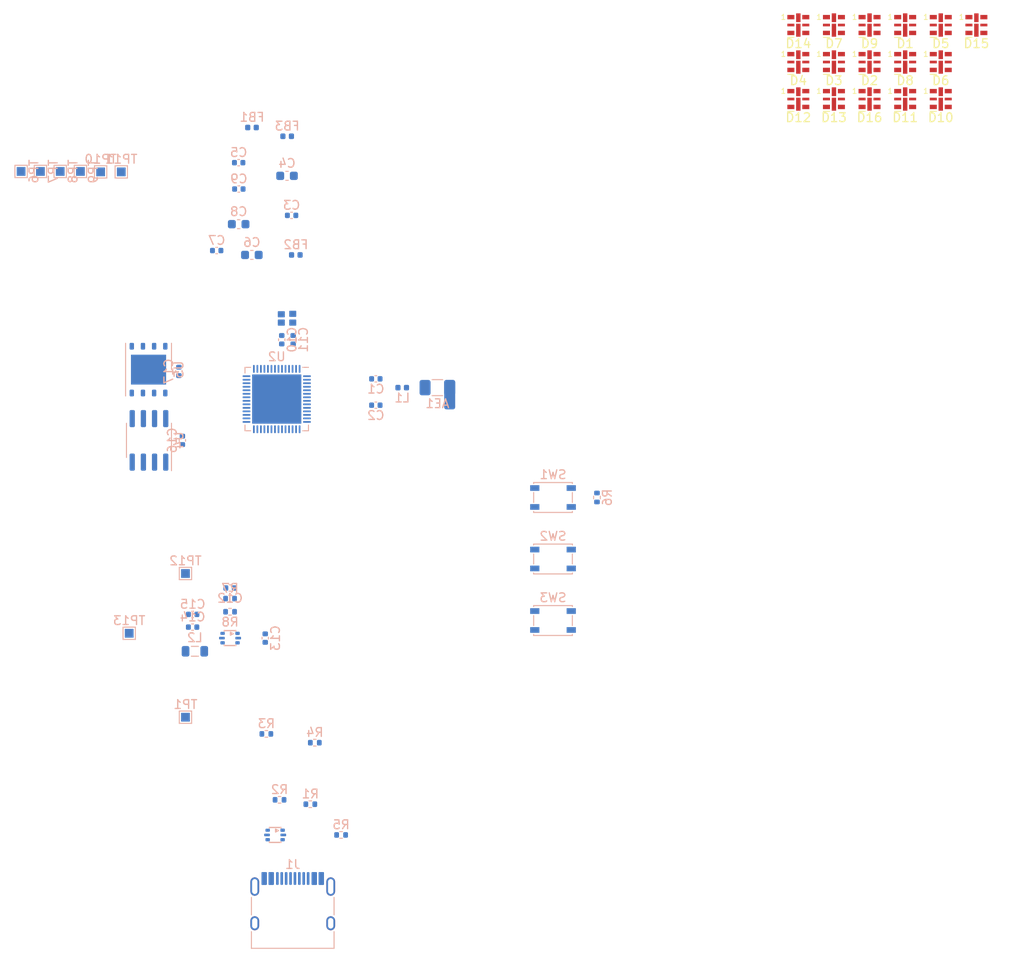
<source format=kicad_pcb>
(kicad_pcb (version 20210108) (generator pcbnew)
  (layers (0 "F.Cu" signal) (31 "B.Cu" signal) (34 "B.Paste" user) (35 "F.Paste" user) (36 "B.SilkS" user "B.Silkscreen") (37 "F.SilkS" user "F.Silkscreen") (38 "B.Mask" user) (39 "F.Mask" user) (44 "Edge.Cuts" user))
  (net 0 "")
  (net 1 "no_connect_(AE1-Pad2)")
  (net 2 "Net-(AE1-Pad1)")
  (net 3 "GND")
  (net 4 "Net-(C1-Pad1)")
  (net 5 "+3V3")
  (net 6 "Net-(C4-Pad1)")
  (net 7 "/VDD3P3")
  (net 8 "Net-(C8-Pad1)")
  (net 9 "Net-(C10-Pad2)")
  (net 10 "Net-(C11-Pad2)")
  (net 11 "Net-(C12-Pad2)")
  (net 12 "VBUS")
  (net 13 "/VCC_SPI")
  (net 14 "SDI")
  (net 15 "CKI")
  (net 16 "Net-(D1-Pad3)")
  (net 17 "Net-(D1-Pad2)")
  (net 18 "Net-(D2-Pad3)")
  (net 19 "Net-(D2-Pad2)")
  (net 20 "Net-(D3-Pad3)")
  (net 21 "Net-(D3-Pad2)")
  (net 22 "Net-(D4-Pad3)")
  (net 23 "Net-(D4-Pad2)")
  (net 24 "Net-(D5-Pad6)")
  (net 25 "Net-(D5-Pad1)")
  (net 26 "Net-(D5-Pad4)")
  (net 27 "Net-(D5-Pad5)")
  (net 28 "no_connect_(D5-Pad3)")
  (net 29 "no_connect_(D5-Pad2)")
  (net 30 "Net-(D6-Pad4)")
  (net 31 "Net-(D6-Pad5)")
  (net 32 "Net-(D7-Pad4)")
  (net 33 "Net-(D7-Pad5)")
  (net 34 "Net-(D10-Pad6)")
  (net 35 "Net-(D10-Pad1)")
  (net 36 "no_connect_(D9-Pad4)")
  (net 37 "no_connect_(D9-Pad5)")
  (net 38 "Net-(D10-Pad4)")
  (net 39 "Net-(D10-Pad5)")
  (net 40 "Net-(D10-Pad3)")
  (net 41 "Net-(D10-Pad2)")
  (net 42 "Net-(D11-Pad3)")
  (net 43 "Net-(D11-Pad2)")
  (net 44 "Net-(D12-Pad3)")
  (net 45 "Net-(D12-Pad2)")
  (net 46 "Net-(D13-Pad6)")
  (net 47 "Net-(D13-Pad1)")
  (net 48 "Net-(D13-Pad4)")
  (net 49 "Net-(D13-Pad5)")
  (net 50 "no_connect_(D13-Pad3)")
  (net 51 "no_connect_(D13-Pad2)")
  (net 52 "Net-(D14-Pad4)")
  (net 53 "Net-(D14-Pad5)")
  (net 54 "Net-(D15-Pad4)")
  (net 55 "Net-(D15-Pad5)")
  (net 56 "Net-(L2-Pad1)")
  (net 57 "/CC1")
  (net 58 "/CC2")
  (net 59 "/iD-")
  (net 60 "/USB_N")
  (net 61 "/iD+")
  (net 62 "/USB_P")
  (net 63 "/SHIELD")
  (net 64 "/BUTTON_A")
  (net 65 "/BUTTON_B")
  (net 66 "/BUTTON_C")
  (net 67 "/MTCK")
  (net 68 "/MTDO")
  (net 69 "/MTDI")
  (net 70 "/MTMS")
  (net 71 "/U0TXD")
  (net 72 "/U0RXD")
  (net 73 "/xD+")
  (net 74 "/xD-")
  (net 75 "no_connect_(U2-Pad55)")
  (net 76 "/LED_CK")
  (net 77 "no_connect_(U2-Pad42)")
  (net 78 "no_connect_(U2-Pad41)")
  (net 79 "no_connect_(U2-Pad40)")
  (net 80 "no_connect_(U2-Pad39)")
  (net 81 "no_connect_(U2-Pad38)")
  (net 82 "no_connect_(U2-Pad37)")
  (net 83 "/SPI_COPI-IO0")
  (net 84 "/SPI_CIPO-IO1")
  (net 85 "/SPI_SCK")
  (net 86 "/SPI_~CS0")
  (net 87 "/SPI_~WP~-IO2")
  (net 88 "/SPI_~HLD~-IO3")
  (net 89 "/SPI_~CS1")
  (net 90 "no_connect_(U2-Pad28)")
  (net 91 "no_connect_(U2-Pad24)")
  (net 92 "no_connect_(U2-Pad23)")
  (net 93 "no_connect_(U2-Pad22)")
  (net 94 "no_connect_(U2-Pad21)")
  (net 95 "no_connect_(U2-Pad19)")
  (net 96 "no_connect_(U2-Pad18)")
  (net 97 "no_connect_(U2-Pad17)")
  (net 98 "no_connect_(U2-Pad16)")
  (net 99 "no_connect_(U2-Pad15)")
  (net 100 "no_connect_(U2-Pad14)")
  (net 101 "no_connect_(U2-Pad13)")
  (net 102 "no_connect_(U2-Pad12)")
  (net 103 "no_connect_(U2-Pad11)")
  (net 104 "no_connect_(U2-Pad10)")
  (net 105 "no_connect_(U2-Pad9)")
  (net 106 "no_connect_(U2-Pad8)")
  (net 107 "no_connect_(U3-Pad6)")
  (net 108 "/SBU2")
  (net 109 "/SBU1")
  (net 110 "no_connect_(U4-Pad5)")
  (net 111 "no_connect_(U4-Pad2)")
  (net 112 "no_connect_(U5-Pad5)")
  (net 113 "no_connect_(U5-Pad2)")
  (footprint "LED_SMD:LED-APA102-2020" (layer "F.Cu") (at 178.1 37.39)
    (fp_text reference "D7" (at 0 2.11) (layer "F.SilkS"))
    (fp_text value "APA102-2020")
    (fp_text user "1" (at -1.7 -0.9) (layer "F.SilkS") (effects (font (size 0.6 0.6) (thickness 0.1))))
    (pad "1" smd rect (at 0 -0.83 90) (size 1 0.5) (layers "F.Cu" "F.Paste" "F.Mask") (net 25 "Net-(D5-Pad1)"))
    (pad "1" smd rect (at -0.85 -0.9) (size 0.8 0.5) (layers "F.Cu" "F.Paste" "F.Mask") (net 25 "Net-(D5-Pad1)"))
    (pad "2" smd rect (at -0.85 0) (size 0.8 0.3) (layers "F.Cu" "F.Paste" "F.Mask") (net 31 "Net-(D6-Pad5)"))
    (pad "3" smd rect (at -0.85 0.9) (size 0.8 0.5) (layers "F.Cu" "F.Paste" "F.Mask") (net 30 "Net-(D6-Pad4)"))
    (pad "4" smd rect (at 0.85 0.9) (size 0.8 0.5) (layers "F.Cu" "F.Paste" "F.Mask") (net 32 "Net-(D7-Pad4)"))
    (pad "5" smd rect (at 0.85 0) (size 0.8 0.3) (layers "F.Cu" "F.Paste" "F.Mask") (net 33 "Net-(D7-Pad5)"))
    (pad "6" smd rect (at 0.85 -0.9) (size 0.8 0.5) (layers "F.Cu" "F.Paste" "F.Mask") (net 24 "Net-(D5-Pad6)"))
    (pad "6" smd rect (at 0 0.59 90) (size 1.48 0.5) (layers "F.Cu" "F.Paste" "F.Mask") (net 24 "Net-(D5-Pad6)"))
  )
  (footprint "LED_SMD:LED-APA102-2020" (layer "F.Cu") (at 190.25 41.6)
    (fp_text reference "D6" (at 0 2.11) (layer "F.SilkS"))
    (fp_text value "APA102-2020")
    (fp_text user "1" (at -1.7 -0.9) (layer "F.SilkS") (effects (font (size 0.6 0.6) (thickness 0.1))))
    (pad "1" smd rect (at 0 -0.83 90) (size 1 0.5) (layers "F.Cu" "F.Paste" "F.Mask") (net 25 "Net-(D5-Pad1)"))
    (pad "1" smd rect (at -0.85 -0.9) (size 0.8 0.5) (layers "F.Cu" "F.Paste" "F.Mask") (net 25 "Net-(D5-Pad1)"))
    (pad "2" smd rect (at -0.85 0) (size 0.8 0.3) (layers "F.Cu" "F.Paste" "F.Mask") (net 27 "Net-(D5-Pad5)"))
    (pad "3" smd rect (at -0.85 0.9) (size 0.8 0.5) (layers "F.Cu" "F.Paste" "F.Mask") (net 26 "Net-(D5-Pad4)"))
    (pad "4" smd rect (at 0.85 0.9) (size 0.8 0.5) (layers "F.Cu" "F.Paste" "F.Mask") (net 30 "Net-(D6-Pad4)"))
    (pad "5" smd rect (at 0.85 0) (size 0.8 0.3) (layers "F.Cu" "F.Paste" "F.Mask") (net 31 "Net-(D6-Pad5)"))
    (pad "6" smd rect (at 0.85 -0.9) (size 0.8 0.5) (layers "F.Cu" "F.Paste" "F.Mask") (net 24 "Net-(D5-Pad6)"))
    (pad "6" smd rect (at 0 0.59 90) (size 1.48 0.5) (layers "F.Cu" "F.Paste" "F.Mask") (net 24 "Net-(D5-Pad6)"))
  )
  (footprint "LED_SMD:LED-APA102-2020" (layer "F.Cu") (at 182.15 41.6)
    (fp_text reference "D2" (at 0 2.11) (layer "F.SilkS"))
    (fp_text value "APA102-2020")
    (fp_text user "1" (at -1.7 -0.9) (layer "F.SilkS") (effects (font (size 0.6 0.6) (thickness 0.1))))
    (pad "1" smd rect (at 0 -0.83 90) (size 1 0.5) (layers "F.Cu" "F.Paste" "F.Mask") (net 5 "+3V3"))
    (pad "1" smd rect (at -0.85 -0.9) (size 0.8 0.5) (layers "F.Cu" "F.Paste" "F.Mask") (net 5 "+3V3"))
    (pad "2" smd rect (at -0.85 0) (size 0.8 0.3) (layers "F.Cu" "F.Paste" "F.Mask") (net 19 "Net-(D2-Pad2)"))
    (pad "3" smd rect (at -0.85 0.9) (size 0.8 0.5) (layers "F.Cu" "F.Paste" "F.Mask") (net 18 "Net-(D2-Pad3)"))
    (pad "4" smd rect (at 0.85 0.9) (size 0.8 0.5) (layers "F.Cu" "F.Paste" "F.Mask") (net 16 "Net-(D1-Pad3)"))
    (pad "5" smd rect (at 0.85 0) (size 0.8 0.3) (layers "F.Cu" "F.Paste" "F.Mask") (net 17 "Net-(D1-Pad2)"))
    (pad "6" smd rect (at 0 0.59 90) (size 1.48 0.5) (layers "F.Cu" "F.Paste" "F.Mask") (net 3 "GND"))
    (pad "6" smd rect (at 0.85 -0.9) (size 0.8 0.5) (layers "F.Cu" "F.Paste" "F.Mask") (net 3 "GND"))
  )
  (footprint "LED_SMD:LED-APA102-2020" (layer "F.Cu") (at 178.1 45.81)
    (fp_text reference "D13" (at 0 2.11) (layer "F.SilkS"))
    (fp_text value "APA102-2020")
    (fp_text user "1" (at -1.7 -0.9) (layer "F.SilkS") (effects (font (size 0.6 0.6) (thickness 0.1))))
    (pad "1" smd rect (at 0 -0.83 90) (size 1 0.5) (layers "F.Cu" "F.Paste" "F.Mask") (net 47 "Net-(D13-Pad1)"))
    (pad "1" smd rect (at -0.85 -0.9) (size 0.8 0.5) (layers "F.Cu" "F.Paste" "F.Mask") (net 47 "Net-(D13-Pad1)"))
    (pad "2" smd rect (at -0.85 0) (size 0.8 0.3) (layers "F.Cu" "F.Paste" "F.Mask") (net 51 "no_connect_(D13-Pad2)"))
    (pad "3" smd rect (at -0.85 0.9) (size 0.8 0.5) (layers "F.Cu" "F.Paste" "F.Mask") (net 50 "no_connect_(D13-Pad3)"))
    (pad "4" smd rect (at 0.85 0.9) (size 0.8 0.5) (layers "F.Cu" "F.Paste" "F.Mask") (net 48 "Net-(D13-Pad4)"))
    (pad "5" smd rect (at 0.85 0) (size 0.8 0.3) (layers "F.Cu" "F.Paste" "F.Mask") (net 49 "Net-(D13-Pad5)"))
    (pad "6" smd rect (at 0 0.59 90) (size 1.48 0.5) (layers "F.Cu" "F.Paste" "F.Mask") (net 46 "Net-(D13-Pad6)"))
    (pad "6" smd rect (at 0.85 -0.9) (size 0.8 0.5) (layers "F.Cu" "F.Paste" "F.Mask") (net 46 "Net-(D13-Pad6)"))
  )
  (footprint "LED_SMD:LED-APA102-2020" (layer "F.Cu") (at 190.25 37.39)
    (fp_text reference "D5" (at 0 2.11) (layer "F.SilkS"))
    (fp_text value "APA102-2020")
    (fp_text user "1" (at -1.7 -0.9) (layer "F.SilkS") (effects (font (size 0.6 0.6) (thickness 0.1))))
    (pad "1" smd rect (at 0 -0.83 90) (size 1 0.5) (layers "F.Cu" "F.Paste" "F.Mask") (net 25 "Net-(D5-Pad1)"))
    (pad "1" smd rect (at -0.85 -0.9) (size 0.8 0.5) (layers "F.Cu" "F.Paste" "F.Mask") (net 25 "Net-(D5-Pad1)"))
    (pad "2" smd rect (at -0.85 0) (size 0.8 0.3) (layers "F.Cu" "F.Paste" "F.Mask") (net 29 "no_connect_(D5-Pad2)"))
    (pad "3" smd rect (at -0.85 0.9) (size 0.8 0.5) (layers "F.Cu" "F.Paste" "F.Mask") (net 28 "no_connect_(D5-Pad3)"))
    (pad "4" smd rect (at 0.85 0.9) (size 0.8 0.5) (layers "F.Cu" "F.Paste" "F.Mask") (net 26 "Net-(D5-Pad4)"))
    (pad "5" smd rect (at 0.85 0) (size 0.8 0.3) (layers "F.Cu" "F.Paste" "F.Mask") (net 27 "Net-(D5-Pad5)"))
    (pad "6" smd rect (at 0.85 -0.9) (size 0.8 0.5) (layers "F.Cu" "F.Paste" "F.Mask") (net 24 "Net-(D5-Pad6)"))
    (pad "6" smd rect (at 0 0.59 90) (size 1.48 0.5) (layers "F.Cu" "F.Paste" "F.Mask") (net 24 "Net-(D5-Pad6)"))
  )
  (footprint "LED_SMD:LED-APA102-2020" (layer "F.Cu") (at 190.25 45.81)
    (fp_text reference "D10" (at 0 2.11) (layer "F.SilkS"))
    (fp_text value "APA102-2020")
    (fp_text user "1" (at -1.7 -0.9) (layer "F.SilkS") (effects (font (size 0.6 0.6) (thickness 0.1))))
    (pad "1" smd rect (at -0.85 -0.9) (size 0.8 0.5) (layers "F.Cu" "F.Paste" "F.Mask") (net 35 "Net-(D10-Pad1)"))
    (pad "1" smd rect (at 0 -0.83 90) (size 1 0.5) (layers "F.Cu" "F.Paste" "F.Mask") (net 35 "Net-(D10-Pad1)"))
    (pad "2" smd rect (at -0.85 0) (size 0.8 0.3) (layers "F.Cu" "F.Paste" "F.Mask") (net 41 "Net-(D10-Pad2)"))
    (pad "3" smd rect (at -0.85 0.9) (size 0.8 0.5) (layers "F.Cu" "F.Paste" "F.Mask") (net 40 "Net-(D10-Pad3)"))
    (pad "4" smd rect (at 0.85 0.9) (size 0.8 0.5) (layers "F.Cu" "F.Paste" "F.Mask") (net 38 "Net-(D10-Pad4)"))
    (pad "5" smd rect (at 0.85 0) (size 0.8 0.3) (layers "F.Cu" "F.Paste" "F.Mask") (net 39 "Net-(D10-Pad5)"))
    (pad "6" smd rect (at 0.85 -0.9) (size 0.8 0.5) (layers "F.Cu" "F.Paste" "F.Mask") (net 34 "Net-(D10-Pad6)"))
    (pad "6" smd rect (at 0 0.59 90) (size 1.48 0.5) (layers "F.Cu" "F.Paste" "F.Mask") (net 34 "Net-(D10-Pad6)"))
  )
  (footprint "LED_SMD:LED-APA102-2020" (layer "F.Cu") (at 174.05 37.39)
    (fp_text reference "D14" (at 0 2.11) (layer "F.SilkS"))
    (fp_text value "APA102-2020")
    (fp_text user "1" (at -1.7 -0.9) (layer "F.SilkS") (effects (font (size 0.6 0.6) (thickness 0.1))))
    (pad "1" smd rect (at -0.85 -0.9) (size 0.8 0.5) (layers "F.Cu" "F.Paste" "F.Mask") (net 47 "Net-(D13-Pad1)"))
    (pad "1" smd rect (at 0 -0.83 90) (size 1 0.5) (layers "F.Cu" "F.Paste" "F.Mask") (net 47 "Net-(D13-Pad1)"))
    (pad "2" smd rect (at -0.85 0) (size 0.8 0.3) (layers "F.Cu" "F.Paste" "F.Mask") (net 49 "Net-(D13-Pad5)"))
    (pad "3" smd rect (at -0.85 0.9) (size 0.8 0.5) (layers "F.Cu" "F.Paste" "F.Mask") (net 48 "Net-(D13-Pad4)"))
    (pad "4" smd rect (at 0.85 0.9) (size 0.8 0.5) (layers "F.Cu" "F.Paste" "F.Mask") (net 52 "Net-(D14-Pad4)"))
    (pad "5" smd rect (at 0.85 0) (size 0.8 0.3) (layers "F.Cu" "F.Paste" "F.Mask") (net 53 "Net-(D14-Pad5)"))
    (pad "6" smd rect (at 0 0.59 90) (size 1.48 0.5) (layers "F.Cu" "F.Paste" "F.Mask") (net 46 "Net-(D13-Pad6)"))
    (pad "6" smd rect (at 0.85 -0.9) (size 0.8 0.5) (layers "F.Cu" "F.Paste" "F.Mask") (net 46 "Net-(D13-Pad6)"))
  )
  (footprint "LED_SMD:LED-APA102-2020" (layer "F.Cu") (at 194.3 37.39)
    (fp_text reference "D15" (at 0 2.11) (layer "F.SilkS"))
    (fp_text value "APA102-2020")
    (fp_text user "1" (at -1.7 -0.9) (layer "F.SilkS") (effects (font (size 0.6 0.6) (thickness 0.1))))
    (pad "1" smd rect (at -0.85 -0.9) (size 0.8 0.5) (layers "F.Cu" "F.Paste" "F.Mask") (net 47 "Net-(D13-Pad1)"))
    (pad "1" smd rect (at 0 -0.83 90) (size 1 0.5) (layers "F.Cu" "F.Paste" "F.Mask") (net 47 "Net-(D13-Pad1)"))
    (pad "2" smd rect (at -0.85 0) (size 0.8 0.3) (layers "F.Cu" "F.Paste" "F.Mask") (net 53 "Net-(D14-Pad5)"))
    (pad "3" smd rect (at -0.85 0.9) (size 0.8 0.5) (layers "F.Cu" "F.Paste" "F.Mask") (net 52 "Net-(D14-Pad4)"))
    (pad "4" smd rect (at 0.85 0.9) (size 0.8 0.5) (layers "F.Cu" "F.Paste" "F.Mask") (net 54 "Net-(D15-Pad4)"))
    (pad "5" smd rect (at 0.85 0) (size 0.8 0.3) (layers "F.Cu" "F.Paste" "F.Mask") (net 55 "Net-(D15-Pad5)"))
    (pad "6" smd rect (at 0 0.59 90) (size 1.48 0.5) (layers "F.Cu" "F.Paste" "F.Mask") (net 46 "Net-(D13-Pad6)"))
    (pad "6" smd rect (at 0.85 -0.9) (size 0.8 0.5) (layers "F.Cu" "F.Paste" "F.Mask") (net 46 "Net-(D13-Pad6)"))
  )
  (footprint "LED_SMD:LED-APA102-2020" (layer "F.Cu") (at 174.05 45.81)
    (fp_text reference "D12" (at 0 2.11) (layer "F.SilkS"))
    (fp_text value "APA102-2020")
    (fp_text user "1" (at -1.7 -0.9) (layer "F.SilkS") (effects (font (size 0.6 0.6) (thickness 0.1))))
    (pad "1" smd rect (at -0.85 -0.9) (size 0.8 0.5) (layers "F.Cu" "F.Paste" "F.Mask") (net 35 "Net-(D10-Pad1)"))
    (pad "1" smd rect (at 0 -0.83 90) (size 1 0.5) (layers "F.Cu" "F.Paste" "F.Mask") (net 35 "Net-(D10-Pad1)"))
    (pad "2" smd rect (at -0.85 0) (size 0.8 0.3) (layers "F.Cu" "F.Paste" "F.Mask") (net 45 "Net-(D12-Pad2)"))
    (pad "3" smd rect (at -0.85 0.9) (size 0.8 0.5) (layers "F.Cu" "F.Paste" "F.Mask") (net 44 "Net-(D12-Pad3)"))
    (pad "4" smd rect (at 0.85 0.9) (size 0.8 0.5) (layers "F.Cu" "F.Paste" "F.Mask") (net 42 "Net-(D11-Pad3)"))
    (pad "5" smd rect (at 0.85 0) (size 0.8 0.3) (layers "F.Cu" "F.Paste" "F.Mask") (net 43 "Net-(D11-Pad2)"))
    (pad "6" smd rect (at 0.85 -0.9) (size 0.8 0.5) (layers "F.Cu" "F.Paste" "F.Mask") (net 34 "Net-(D10-Pad6)"))
    (pad "6" smd rect (at 0 0.59 90) (size 1.48 0.5) (layers "F.Cu" "F.Paste" "F.Mask") (net 34 "Net-(D10-Pad6)"))
  )
  (footprint "LED_SMD:LED-APA102-2020" (layer "F.Cu") (at 178.1 41.6)
    (fp_text reference "D3" (at 0 2.11) (layer "F.SilkS"))
    (fp_text value "APA102-2020")
    (fp_text user "1" (at -1.7 -0.9) (layer "F.SilkS") (effects (font (size 0.6 0.6) (thickness 0.1))))
    (pad "1" smd rect (at -0.85 -0.9) (size 0.8 0.5) (layers "F.Cu" "F.Paste" "F.Mask") (net 5 "+3V3"))
    (pad "1" smd rect (at 0 -0.83 90) (size 1 0.5) (layers "F.Cu" "F.Paste" "F.Mask") (net 5 "+3V3"))
    (pad "2" smd rect (at -0.85 0) (size 0.8 0.3) (layers "F.Cu" "F.Paste" "F.Mask") (net 21 "Net-(D3-Pad2)"))
    (pad "3" smd rect (at -0.85 0.9) (size 0.8 0.5) (layers "F.Cu" "F.Paste" "F.Mask") (net 20 "Net-(D3-Pad3)"))
    (pad "4" smd rect (at 0.85 0.9) (size 0.8 0.5) (layers "F.Cu" "F.Paste" "F.Mask") (net 18 "Net-(D2-Pad3)"))
    (pad "5" smd rect (at 0.85 0) (size 0.8 0.3) (layers "F.Cu" "F.Paste" "F.Mask") (net 19 "Net-(D2-Pad2)"))
    (pad "6" smd rect (at 0 0.59 90) (size 1.48 0.5) (layers "F.Cu" "F.Paste" "F.Mask") (net 3 "GND"))
    (pad "6" smd rect (at 0.85 -0.9) (size 0.8 0.5) (layers "F.Cu" "F.Paste" "F.Mask") (net 3 "GND"))
  )
  (footprint "LED_SMD:LED-APA102-2020" (layer "F.Cu") (at 174.05 41.6)
    (fp_text reference "D4" (at 0 2.11) (layer "F.SilkS"))
    (fp_text value "APA102-2020")
    (fp_text user "1" (at -1.7 -0.9) (layer "F.SilkS") (effects (font (size 0.6 0.6) (thickness 0.1))))
    (pad "1" smd rect (at -0.85 -0.9) (size 0.8 0.5) (layers "F.Cu" "F.Paste" "F.Mask") (net 5 "+3V3"))
    (pad "1" smd rect (at 0 -0.83 90) (size 1 0.5) (layers "F.Cu" "F.Paste" "F.Mask") (net 5 "+3V3"))
    (pad "2" smd rect (at -0.85 0) (size 0.8 0.3) (layers "F.Cu" "F.Paste" "F.Mask") (net 23 "Net-(D4-Pad2)"))
    (pad "3" smd rect (at -0.85 0.9) (size 0.8 0.5) (layers "F.Cu" "F.Paste" "F.Mask") (net 22 "Net-(D4-Pad3)"))
    (pad "4" smd rect (at 0.85 0.9) (size 0.8 0.5) (layers "F.Cu" "F.Paste" "F.Mask") (net 20 "Net-(D3-Pad3)"))
    (pad "5" smd rect (at 0.85 0) (size 0.8 0.3) (layers "F.Cu" "F.Paste" "F.Mask") (net 21 "Net-(D3-Pad2)"))
    (pad "6" smd rect (at 0.85 -0.9) (size 0.8 0.5) (layers "F.Cu" "F.Paste" "F.Mask") (net 3 "GND"))
    (pad "6" smd rect (at 0 0.59 90) (size 1.48 0.5) (layers "F.Cu" "F.Paste" "F.Mask") (net 3 "GND"))
  )
  (footprint "LED_SMD:LED-APA102-2020" (layer "F.Cu") (at 182.15 45.81)
    (fp_text reference "D16" (at 0 2.11) (layer "F.SilkS"))
    (fp_text value "APA102-2020")
    (fp_text user "1" (at -1.7 -0.9) (layer "F.SilkS") (effects (font (size 0.6 0.6) (thickness 0.1))))
    (pad "1" smd rect (at -0.85 -0.9) (size 0.8 0.5) (layers "F.Cu" "F.Paste" "F.Mask") (net 47 "Net-(D13-Pad1)"))
    (pad "1" smd rect (at 0 -0.83 90) (size 1 0.5) (layers "F.Cu" "F.Paste" "F.Mask") (net 47 "Net-(D13-Pad1)"))
    (pad "2" smd rect (at -0.85 0) (size 0.8 0.3) (layers "F.Cu" "F.Paste" "F.Mask") (net 55 "Net-(D15-Pad5)"))
    (pad "3" smd rect (at -0.85 0.9) (size 0.8 0.5) (layers "F.Cu" "F.Paste" "F.Mask") (net 54 "Net-(D15-Pad4)"))
    (pad "4" smd rect (at 0.85 0.9) (size 0.8 0.5) (layers "F.Cu" "F.Paste" "F.Mask") (net 44 "Net-(D12-Pad3)"))
    (pad "5" smd rect (at 0.85 0) (size 0.8 0.3) (layers "F.Cu" "F.Paste" "F.Mask") (net 45 "Net-(D12-Pad2)"))
    (pad "6" smd rect (at 0.85 -0.9) (size 0.8 0.5) (layers "F.Cu" "F.Paste" "F.Mask") (net 46 "Net-(D13-Pad6)"))
    (pad "6" smd rect (at 0 0.59 90) (size 1.48 0.5) (layers "F.Cu" "F.Paste" "F.Mask") (net 46 "Net-(D13-Pad6)"))
  )
  (footprint "LED_SMD:LED-APA102-2020" (layer "F.Cu") (at 182.15 37.39)
    (fp_text reference "D9" (at 0 2.11) (layer "F.SilkS"))
    (fp_text value "APA102-2020")
    (fp_text user "1" (at -1.7 -0.9) (layer "F.SilkS") (effects (font (size 0.6 0.6) (thickness 0.1))))
    (pad "1" smd rect (at -0.85 -0.9) (size 0.8 0.5) (layers "F.Cu" "F.Paste" "F.Mask") (net 35 "Net-(D10-Pad1)"))
    (pad "1" smd rect (at 0 -0.83 90) (size 1 0.5) (layers "F.Cu" "F.Paste" "F.Mask") (net 35 "Net-(D10-Pad1)"))
    (pad "2" smd rect (at -0.85 0) (size 0.8 0.3) (layers "F.Cu" "F.Paste" "F.Mask") (net 39 "Net-(D10-Pad5)"))
    (pad "3" smd rect (at -0.85 0.9) (size 0.8 0.5) (layers "F.Cu" "F.Paste" "F.Mask") (net 38 "Net-(D10-Pad4)"))
    (pad "4" smd rect (at 0.85 0.9) (size 0.8 0.5) (layers "F.Cu" "F.Paste" "F.Mask") (net 36 "no_connect_(D9-Pad4)"))
    (pad "5" smd rect (at 0.85 0) (size 0.8 0.3) (layers "F.Cu" "F.Paste" "F.Mask") (net 37 "no_connect_(D9-Pad5)"))
    (pad "6" smd rect (at 0.85 -0.9) (size 0.8 0.5) (layers "F.Cu" "F.Paste" "F.Mask") (net 34 "Net-(D10-Pad6)"))
    (pad "6" smd rect (at 0 0.59 90) (size 1.48 0.5) (layers "F.Cu" "F.Paste" "F.Mask") (net 34 "Net-(D10-Pad6)"))
  )
  (footprint "LED_SMD:LED-APA102-2020" (layer "F.Cu") (at 186.2 37.39)
    (fp_text reference "D1" (at 0 2.11) (layer "F.SilkS"))
    (fp_text value "APA102-2020")
    (fp_text user "1" (at -1.7 -0.9) (layer "F.SilkS") (effects (font (size 0.6 0.6) (thickness 0.1))))
    (pad "1" smd rect (at -0.85 -0.9) (size 0.8 0.5) (layers "F.Cu" "F.Paste" "F.Mask") (net 5 "+3V3"))
    (pad "1" smd rect (at 0 -0.83 90) (size 1 0.5) (layers "F.Cu" "F.Paste" "F.Mask") (net 5 "+3V3"))
    (pad "2" smd rect (at -0.85 0) (size 0.8 0.3) (layers "F.Cu" "F.Paste" "F.Mask") (net 17 "Net-(D1-Pad2)"))
    (pad "3" smd rect (at -0.85 0.9) (size 0.8 0.5) (layers "F.Cu" "F.Paste" "F.Mask") (net 16 "Net-(D1-Pad3)"))
    (pad "4" smd rect (at 0.85 0.9) (size 0.8 0.5) (layers "F.Cu" "F.Paste" "F.Mask") (net 14 "SDI"))
    (pad "5" smd rect (at 0.85 0) (size 0.8 0.3) (layers "F.Cu" "F.Paste" "F.Mask") (net 15 "CKI"))
    (pad "6" smd rect (at 0.85 -0.9) (size 0.8 0.5) (layers "F.Cu" "F.Paste" "F.Mask") (net 3 "GND"))
    (pad "6" smd rect (at 0 0.59 90) (size 1.48 0.5) (layers "F.Cu" "F.Paste" "F.Mask") (net 3 "GND"))
  )
  (footprint "LED_SMD:LED-APA102-2020" (layer "F.Cu") (at 186.2 41.6)
    (fp_text reference "D8" (at 0 2.11) (layer "F.SilkS"))
    (fp_text value "APA102-2020")
    (fp_text user "1" (at -1.7 -0.9) (layer "F.SilkS") (effects (font (size 0.6 0.6) (thickness 0.1))))
    (pad "1" smd rect (at 0 -0.83 90) (size 1 0.5) (layers "F.Cu" "F.Paste" "F.Mask") (net 25 "Net-(D5-Pad1)"))
    (pad "1" smd rect (at -0.85 -0.9) (size 0.8 0.5) (layers "F.Cu" "F.Paste" "F.Mask") (net 25 "Net-(D5-Pad1)"))
    (pad "2" smd rect (at -0.85 0) (size 0.8 0.3) (layers "F.Cu" "F.Paste" "F.Mask") (net 33 "Net-(D7-Pad5)"))
    (pad "3" smd rect (at -0.85 0.9) (size 0.8 0.5) (layers "F.Cu" "F.Paste" "F.Mask") (net 32 "Net-(D7-Pad4)"))
    (pad "4" smd rect (at 0.85 0.9) (size 0.8 0.5) (layers "F.Cu" "F.Paste" "F.Mask") (net 22 "Net-(D4-Pad3)"))
    (pad "5" smd rect (at 0.85 0) (size 0.8 0.3) (layers "F.Cu" "F.Paste" "F.Mask") (net 23 "Net-(D4-Pad2)"))
    (pad "6" smd rect (at 0.85 -0.9) (size 0.8 0.5) (layers "F.Cu" "F.Paste" "F.Mask") (net 24 "Net-(D5-Pad6)"))
    (pad "6" smd rect (at 0 0.59 90) (size 1.48 0.5) (layers "F.Cu" "F.Paste" "F.Mask") (net 24 "Net-(D5-Pad6)"))
  )
  (footprint "LED_SMD:LED-APA102-2020" (layer "F.Cu") (at 186.2 45.81)
    (fp_text reference "D11" (at 0 2.11) (layer "F.SilkS"))
    (fp_text value "APA102-2020")
    (fp_text user "1" (at -1.7 -0.9) (layer "F.SilkS") (effects (font (size 0.6 0.6) (thickness 0.1))))
    (pad "1" smd rect (at 0 -0.83 90) (size 1 0.5) (layers "F.Cu" "F.Paste" "F.Mask") (net 35 "Net-(D10-Pad1)"))
    (pad "1" smd rect (at -0.85 -0.9) (size 0.8 0.5) (layers "F.Cu" "F.Paste" "F.Mask") (net 35 "Net-(D10-Pad1)"))
    (pad "2" smd rect (at -0.85 0) (size 0.8 0.3) (layers "F.Cu" "F.Paste" "F.Mask") (net 43 "Net-(D11-Pad2)"))
    (pad "3" smd rect (at -0.85 0.9) (size 0.8 0.5) (layers "F.Cu" "F.Paste" "F.Mask") (net 42 "Net-(D11-Pad3)"))
    (pad "4" smd rect (at 0.85 0.9) (size 0.8 0.5) (layers "F.Cu" "F.Paste" "F.Mask") (net 40 "Net-(D10-Pad3)"))
    (pad "5" smd rect (at 0.85 0) (size 0.8 0.3) (layers "F.Cu" "F.Paste" "F.Mask") (net 41 "Net-(D10-Pad2)"))
    (pad "6" smd rect (at 0 0.59 90) (size 1.48 0.5) (layers "F.Cu" "F.Paste" "F.Mask") (net 34 "Net-(D10-Pad6)"))
    (pad "6" smd rect (at 0.85 -0.9) (size 0.8 0.5) (layers "F.Cu" "F.Paste" "F.Mask") (net 34 "Net-(D10-Pad6)"))
  )
  (footprint "Capacitor_SMD:C_0402_1005Metric" (layer "B.Cu") (at 116.6 73.2 90)
    (fp_text reference "C11" (at 0 1.16 90) (layer "B.SilkS") (effects (justify mirror)))
    (fp_text value "18pF")
    (pad "1" smd roundrect (at -0.48 0 90) (size 0.56 0.62) (layers "B.Cu" "B.Paste" "B.Mask") (net 3 "GND"))
    (pad "2" smd roundrect (at 0.48 0 90) (size 0.56 0.62) (layers "B.Cu" "B.Paste" "B.Mask") (net 10 "Net-(C11-Pad2)"))
  )
  (footprint "Resistor_SMD:R_0402_1005Metric" (layer "B.Cu") (at 119.06 119.05 180)
    (fp_text reference "R4" (at 0 1.17) (layer "B.SilkS") (effects (justify mirror)))
    (fp_text value "22R")
    (pad "1" smd roundrect (at -0.51 0 180) (size 0.54 0.64) (layers "B.Cu" "B.Paste" "B.Mask") (net 62 "/USB_P"))
    (pad "2" smd roundrect (at 0.51 0 180) (size 0.54 0.64) (layers "B.Cu" "B.Paste" "B.Mask") (net 61 "/iD+"))
  )
  (footprint "Package_SO:SOIC-8_3.9x4.9mm_P1.27mm" (layer "B.Cu") (at 100.2 84.65 90)
    (fp_text reference "U4" (at 0 3.4 90) (layer "B.SilkS") (effects (justify mirror)))
    (fp_text value "ESP-PSRAM32")
    (pad "1" smd roundrect (at -2.475 1.905 90) (size 1.95 0.6) (layers "B.Cu" "B.Paste" "B.Mask") (net 89 "/SPI_~CS1"))
    (pad "2" smd roundrect (at -2.475 0.635 90) (size 1.95 0.6) (layers "B.Cu" "B.Paste" "B.Mask") (net 111 "no_connect_(U4-Pad2)"))
    (pad "3" smd roundrect (at -2.475 -0.635 90) (size 1.95 0.6) (layers "B.Cu" "B.Paste" "B.Mask") (net 87 "/SPI_~WP~-IO2"))
    (pad "4" smd roundrect (at -2.475 -1.905 90) (size 1.95 0.6) (layers "B.Cu" "B.Paste" "B.Mask") (net 3 "GND"))
    (pad "5" smd roundrect (at 2.475 -1.905 90) (size 1.95 0.6) (layers "B.Cu" "B.Paste" "B.Mask") (net 110 "no_connect_(U4-Pad5)"))
    (pad "6" smd roundrect (at 2.475 -0.635 90) (size 1.95 0.6) (layers "B.Cu" "B.Paste" "B.Mask") (net 85 "/SPI_SCK"))
    (pad "7" smd roundrect (at 2.475 0.635 90) (size 1.95 0.6) (layers "B.Cu" "B.Paste" "B.Mask") (net 88 "/SPI_~HLD~-IO3"))
    (pad "8" smd roundrect (at 2.475 1.905 90) (size 1.95 0.6) (layers "B.Cu" "B.Paste" "B.Mask") (net 13 "/VCC_SPI"))
  )
  (footprint "Capacitor_SMD:C_0603_1608Metric" (layer "B.Cu") (at 111.9 63.55 180)
    (fp_text reference "C6" (at 0 1.43) (layer "B.SilkS") (effects (justify mirror)))
    (fp_text value "10u")
    (pad "1" smd roundrect (at -0.775 0 180) (size 0.9 0.95) (layers "B.Cu" "B.Paste" "B.Mask") (net 7 "/VDD3P3"))
    (pad "2" smd roundrect (at 0.775 0 180) (size 0.9 0.95) (layers "B.Cu" "B.Paste" "B.Mask") (net 3 "GND"))
  )
  (footprint "TestPoint:TestPoint_Pad_1.0x1.0mm" (layer "B.Cu") (at 94.7 54.1 180)
    (fp_text reference "TP10" (at 0 1.448) (layer "B.SilkS") (effects (justify mirror)))
    (fp_text value "TestPoint")
    (pad "1" smd rect (at 0 0 180) (size 1 1) (layers "B.Cu" "B.Mask") (net 71 "/U0TXD"))
  )
  (footprint "TestPoint:TestPoint_Pad_1.0x1.0mm" (layer "B.Cu") (at 104.35 116.15 180)
    (fp_text reference "TP1" (at 0 1.448) (layer "B.SilkS") (effects (justify mirror)))
    (fp_text value "TestPoint")
    (pad "1" smd rect (at 0 0 180) (size 1 1) (layers "B.Cu" "B.Mask") (net 12 "VBUS"))
  )
  (footprint "TestPoint:TestPoint_Pad_1.0x1.0mm" (layer "B.Cu") (at 104.35 99.8 180)
    (fp_text reference "TP12" (at 0 1.448) (layer "B.SilkS") (effects (justify mirror)))
    (fp_text value "TestPoint")
    (pad "1" smd rect (at 0 0 180) (size 1 1) (layers "B.Cu" "B.Mask") (net 5 "+3V3"))
  )
  (footprint "Button_Switch_SMD:SW_SPST_PTS810" (layer "B.Cu") (at 146.15 91.15 180)
    (fp_text reference "SW1" (at 0 2.6) (layer "B.SilkS") (effects (justify mirror)))
    (fp_text value "SW_Push")
    (pad "1" smd rect (at 2.075 1.075 180) (size 1.05 0.65) (layers "B.Cu" "B.Paste" "B.Mask") (net 3 "GND"))
    (pad "1" smd rect (at -2.075 1.075 180) (size 1.05 0.65) (layers "B.Cu" "B.Paste" "B.Mask") (net 3 "GND"))
    (pad "2" smd rect (at 2.075 -1.075 180) (size 1.05 0.65) (layers "B.Cu" "B.Paste" "B.Mask") (net 64 "/BUTTON_A"))
    (pad "2" smd rect (at -2.075 -1.075 180) (size 1.05 0.65) (layers "B.Cu" "B.Paste" "B.Mask") (net 64 "/BUTTON_A"))
  )
  (footprint "Capacitor_SMD:C_0402_1005Metric" (layer "B.Cu") (at 115.3 73.2 90)
    (fp_text reference "C10" (at 0 1.16 90) (layer "B.SilkS") (effects (justify mirror)))
    (fp_text value "18pF")
    (pad "1" smd roundrect (at -0.48 0 90) (size 0.56 0.62) (layers "B.Cu" "B.Paste" "B.Mask") (net 3 "GND"))
    (pad "2" smd roundrect (at 0.48 0 90) (size 0.56 0.62) (layers "B.Cu" "B.Paste" "B.Mask") (net 9 "Net-(C10-Pad2)"))
  )
  (footprint "TestPoint:TestPoint_Pad_1.0x1.0mm" (layer "B.Cu") (at 90.105 54.05 90)
    (fp_text reference "TP8" (at 0 1.448 270) (layer "B.SilkS") (effects (justify mirror)))
    (fp_text value "TestPoint")
    (pad "1" smd rect (at 0 0 90) (size 1 1) (layers "B.Cu" "B.Mask") (net 69 "/MTDI"))
  )
  (footprint "Resistor_SMD:R_0402_1005Metric" (layer "B.Cu") (at 109.421072 104.15)
    (fp_text reference "R8" (at 0 1.17) (layer "B.SilkS") (effects (justify mirror)))
    (fp_text value "47k")
    (pad "1" smd roundrect (at -0.51 0) (size 0.54 0.64) (layers "B.Cu" "B.Paste" "B.Mask") (net 3 "GND"))
    (pad "2" smd roundrect (at 0.51 0) (size 0.54 0.64) (layers "B.Cu" "B.Paste" "B.Mask") (net 11 "Net-(C12-Pad2)"))
  )
  (footprint "Capacitor_SMD:C_0402_1005Metric" (layer "B.Cu") (at 110.4 53.05 180)
    (fp_text reference "C5" (at 0 1.16) (layer "B.SilkS") (effects (justify mirror)))
    (fp_text value "100n")
    (pad "1" smd roundrect (at -0.48 0 180) (size 0.56 0.62) (layers "B.Cu" "B.Paste" "B.Mask") (net 6 "Net-(C4-Pad1)"))
    (pad "2" smd roundrect (at 0.48 0 180) (size 0.56 0.62) (layers "B.Cu" "B.Paste" "B.Mask") (net 3 "GND"))
  )
  (footprint "Inductor_SMD:L_0402_1005Metric" (layer "B.Cu") (at 115.915 50.05 180)
    (fp_text reference "FB3" (at 0 1.17) (layer "B.SilkS") (effects (justify mirror)))
    (fp_text value "240R")
    (pad "1" smd roundrect (at -0.485 0 180) (size 0.59 0.64) (layers "B.Cu" "B.Paste" "B.Mask") (net 5 "+3V3"))
    (pad "2" smd roundrect (at 0.485 0 180) (size 0.59 0.64) (layers "B.Cu" "B.Paste" "B.Mask") (net 6 "Net-(C4-Pad1)"))
  )
  (footprint "Resistor_SMD:R_0402_1005Metric" (layer "B.Cu") (at 115.05 125.55 180)
    (fp_text reference "R2" (at 0 1.17) (layer "B.SilkS") (effects (justify mirror)))
    (fp_text value "5k1")
    (pad "1" smd roundrect (at -0.51 0 180) (size 0.54 0.64) (layers "B.Cu" "B.Paste" "B.Mask") (net 3 "GND"))
    (pad "2" smd roundrect (at 0.51 0 180) (size 0.54 0.64) (layers "B.Cu" "B.Paste" "B.Mask") (net 58 "/CC2"))
  )
  (footprint "Capacitor_SMD:C_0402_1005Metric" (layer "B.Cu") (at 103.6 76.8 -90)
    (fp_text reference "C17" (at 0 1.16 90) (layer "B.SilkS") (effects (justify mirror)))
    (fp_text value "2.2uF")
    (pad "1" smd roundrect (at -0.48 0 270) (size 0.56 0.62) (layers "B.Cu" "B.Paste" "B.Mask") (net 13 "/VCC_SPI"))
    (pad "2" smd roundrect (at 0.48 0 270) (size 0.56 0.62) (layers "B.Cu" "B.Paste" "B.Mask") (net 3 "GND"))
  )
  (footprint "kt-footprints:Crystal_SMD_4Pin_2.0x1.6mm" (layer "B.Cu") (at 115.9 70.75 90)
    (fp_text reference "Y1" hide)
    (fp_text value "40MHz" hide)
    (pad "1" smd roundrect (at -0.5 0.65 90) (size 0.7 0.8) (layers "B.Cu" "B.Paste" "B.Mask") (roundrect_rratio 0.1) (net 10 "Net-(C11-Pad2)"))
    (pad "2" smd roundrect (at -0.5 -0.65 90) (size 0.7 0.8) (layers "B.Cu" "B.Paste" "B.Mask") (roundrect_rratio 0.1) (net 3 "GND"))
    (pad "3" smd roundrect (at 0.45 -0.65 90) (size 0.7 0.8) (layers "B.Cu" "B.Paste" "B.Mask") (roundrect_rratio 0.1) (net 9 "Net-(C10-Pad2)"))
    (pad "4" smd roundrect (at 0.5 0.65 90) (size 0.7 0.8) (layers "B.Cu" "B.Paste" "B.Mask") (roundrect_rratio 0.1) (net 3 "GND"))
  )
  (footprint "Resistor_SMD:R_0402_1005Metric" (layer "B.Cu") (at 118.55 126.05 180)
    (fp_text reference "R1" (at 0 1.17) (layer "B.SilkS") (effects (justify mirror)))
    (fp_text value "5k1")
    (pad "1" smd roundrect (at -0.51 0 180) (size 0.54 0.64) (layers "B.Cu" "B.Paste" "B.Mask") (net 3 "GND"))
    (pad "2" smd roundrect (at 0.51 0 180) (size 0.54 0.64) (layers "B.Cu" "B.Paste" "B.Mask") (net 57 "/CC1"))
  )
  (footprint "TestPoint:TestPoint_Pad_1.0x1.0mm" (layer "B.Cu") (at 92.405001 54.05 90)
    (fp_text reference "TP9" (at 0 1.448 270) (layer "B.SilkS") (effects (justify mirror)))
    (fp_text value "TestPoint")
    (pad "1" smd rect (at 0 0 90) (size 1 1) (layers "B.Cu" "B.Mask") (net 70 "/MTMS"))
  )
  (footprint "Button_Switch_SMD:SW_SPST_PTS810" (layer "B.Cu") (at 146.15 105.15 180)
    (fp_text reference "SW3" (at 0 2.6) (layer "B.SilkS") (effects (justify mirror)))
    (fp_text value "SW_Push")
    (pad "1" smd rect (at 2.075 1.075 180) (size 1.05 0.65) (layers "B.Cu" "B.Paste" "B.Mask") (net 3 "GND"))
    (pad "1" smd rect (at -2.075 1.075 180) (size 1.05 0.65) (layers "B.Cu" "B.Paste" "B.Mask") (net 3 "GND"))
    (pad "2" smd rect (at 2.075 -1.075 180) (size 1.05 0.65) (layers "B.Cu" "B.Paste" "B.Mask") (net 66 "/BUTTON_C"))
    (pad "2" smd rect (at -2.075 -1.075 180) (size 1.05 0.65) (layers "B.Cu" "B.Paste" "B.Mask") (net 66 "/BUTTON_C"))
  )
  (footprint "TestPoint:TestPoint_Pad_1.0x1.0mm" (layer "B.Cu") (at 97.05 54.1 180)
    (fp_text reference "TP11" (at 0 1.448) (layer "B.SilkS") (effects (justify mirror)))
    (fp_text value "TestPoint")
    (pad "1" smd rect (at 0 0 180) (size 1 1) (layers "B.Cu" "B.Mask") (net 72 "/U0RXD"))
  )
  (footprint "Capacitor_SMD:C_0402_1005Metric" (layer "B.Cu") (at 126 80.65)
    (fp_text reference "C2" (at 0 1.16) (layer "B.SilkS") (effects (justify mirror)))
    (fp_text value "TBD")
    (pad "1" smd roundrect (at -0.48 0) (size 0.56 0.62) (layers "B.Cu" "B.Paste" "B.Mask") (net 2 "Net-(AE1-Pad1)"))
    (pad "2" smd roundrect (at 0.48 0) (size 0.56 0.62) (layers "B.Cu" "B.Paste" "B.Mask") (net 3 "GND"))
  )
  (footprint "Capacitor_SMD:C_0603_1608Metric" (layer "B.Cu") (at 115.9 54.55 180)
    (fp_text reference "C4" (at 0 1.43) (layer "B.SilkS") (effects (justify mirror)))
    (fp_text value "10u")
    (pad "1" smd roundrect (at -0.775 0 180) (size 0.9 0.95) (layers "B.Cu" "B.Paste" "B.Mask") (net 6 "Net-(C4-Pad1)"))
    (pad "2" smd roundrect (at 0.775 0 180) (size 0.9 0.95) (layers "B.Cu" "B.Paste" "B.Mask") (net 3 "GND"))
  )
  (footprint "kt-footprints:SOT-666" (layer "B.Cu") (at 114.55 129.55 180)
    (fp_text reference "U1" hide)
    (fp_text value "USBLC6-2" hide)
    (pad "1" smd roundrect (at -0.85 0.5375 270) (size 0.375 0.5) (layers "B.Cu" "B.Paste" "B.Mask") (net 74 "/xD-"))
    (pad "2" smd roundrect (at -0.925 0 270) (size 0.3 0.65) (layers "B.Cu" "B.Paste" "B.Mask") (net 3 "GND"))
    (pad "3" smd roundrect (at -0.85 -0.5375 270) (size 0.375 0.5) (layers "B.Cu" "B.Paste" "B.Mask") (net 73 "/xD+"))
    (pad "4" smd roundrect (at 0.85 -0.5375 270) (size 0.375 0.5) (layers "B.Cu" "B.Paste" "B.Mask") (net 61 "/iD+"))
    (pad "5" smd roundrect (at 0.925 0 270) (size 0.3 0.65) (layers "B.Cu" "B.Paste" "B.Mask") (net 12 "VBUS"))
    (pad "6" smd roundrect (at 0.85 0.5375 270) (size 0.35 0.5) (layers "B.Cu" "B.Paste" "B.Mask") (net 59 "/iD-"))
  )
  (footprint "Capacitor_SMD:C_0603_1608Metric" (layer "B.Cu") (at 110.4 60.05 180)
    (fp_text reference "C8" (at 0 1.43) (layer "B.SilkS") (effects (justify mirror)))
    (fp_text value "10u")
    (pad "1" smd roundrect (at -0.775 0 180) (size 0.9 0.95) (layers "B.Cu" "B.Paste" "B.Mask") (net 8 "Net-(C8-Pad1)"))
    (pad "2" smd roundrect (at 0.775 0 180) (size 0.9 0.95) (layers "B.Cu" "B.Paste" "B.Mask") (net 3 "GND"))
  )
  (footprint "Capacitor_SMD:C_0402_1005Metric" (layer "B.Cu") (at 126 77.65)
    (fp_text reference "C1" (at 0 1.16) (layer "B.SilkS") (effects (justify mirror)))
    (fp_text value "TBD")
    (pad "1" smd roundrect (at -0.48 0) (size 0.56 0.62) (layers "B.Cu" "B.Paste" "B.Mask") (net 4 "Net-(C1-Pad1)"))
    (pad "2" smd roundrect (at 0.48 0) (size 0.56 0.62) (layers "B.Cu" "B.Paste" "B.Mask") (net 3 "GND"))
  )
  (footprint "Capacitor_SMD:C_0402_1005Metric" (layer "B.Cu") (at 113.421072 107.15 90)
    (fp_text reference "C13" (at 0 1.16 270) (layer "B.SilkS") (effects (justify mirror)))
    (fp_text value "4.7uF")
    (pad "1" smd roundrect (at -0.48 0 90) (size 0.56 0.62) (layers "B.Cu" "B.Paste" "B.Mask") (net 12 "VBUS"))
    (pad "2" smd roundrect (at 0.48 0 90) (size 0.56 0.62) (layers "B.Cu" "B.Paste" "B.Mask") (net 3 "GND"))
  )
  (footprint "kt-footprints:SOT-666" (layer "B.Cu") (at 109.421072 107.15 180)
    (fp_text reference "U3" hide)
    (fp_text value "TLV62569DRL" hide)
    (pad "1" smd roundrect (at -0.85 0.5375 270) (size 0.375 0.5) (layers "B.Cu" "B.Paste" "B.Mask") (net 11 "Net-(C12-Pad2)"))
    (pad "2" smd roundrect (at -0.925 0 270) (size 0.3 0.65) (layers "B.Cu" "B.Paste" "B.Mask") (net 3 "GND"))
    (pad "3" smd roundrect (at -0.85 -0.5375 270) (size 0.375 0.5) (layers "B.Cu" "B.Paste" "B.Mask") (net 12 "VBUS"))
    (pad "4" smd roundrect (at 0.85 -0.5375 270) (size 0.375 0.5) (layers "B.Cu" "B.Paste" "B.Mask") (net 56 "Net-(L2-Pad1)"))
    (pad "5" smd roundrect (at 0.925 0 270) (size 0.3 0.65) (layers "B.Cu" "B.Paste" "B.Mask") (net 12 "VBUS"))
    (pad "6" smd roundrect (at 0.85 0.5375 270) (size 0.35 0.5) (layers "B.Cu" "B.Paste" "B.Mask") (net 107 "no_connect_(U3-Pad6)"))
  )
  (footprint "TestPoint:TestPoint_Pad_1.0x1.0mm" (layer "B.Cu") (at 85.655 54.05 90)
    (fp_text reference "TP6" (at 0 1.448 270) (layer "B.SilkS") (effects (justify mirror)))
    (fp_text value "TestPoint")
    (pad "1" smd rect (at 0 0 90) (size 1 1) (layers "B.Cu" "B.Mask") (net 67 "/MTCK"))
  )
  (footprint "Capacitor_SMD:C_0402_1005Metric" (layer "B.Cu") (at 109.421072 101.45)
    (fp_text reference "C12" (at 0 1.16) (layer "B.SilkS") (effects (justify mirror)))
    (fp_text value "6.8pF")
    (pad "1" smd roundrect (at -0.48 0) (size 0.56 0.62) (layers "B.Cu" "B.Paste" "B.Mask") (net 5 "+3V3"))
    (pad "2" smd roundrect (at 0.48 0) (size 0.56 0.62) (layers "B.Cu" "B.Paste" "B.Mask") (net 11 "Net-(C12-Pad2)"))
  )
  (footprint "Inductor_SMD:L_0805_2012Metric" (layer "B.Cu") (at 105.421072 108.65 180)
    (fp_text reference "L2" (at 0 1.55) (layer "B.SilkS") (effects (justify mirror)))
    (fp_text value "2.2uH")
    (pad "1" smd roundrect (at -1.0625 0 180) (size 0.875 1.2) (layers "B.Cu" "B.Paste" "B.Mask") (net 56 "Net-(L2-Pad1)"))
    (pad "2" smd roundrect (at 1.0625 0 180) (size 0.875 1.2) (layers "B.Cu" "B.Paste" "B.Mask") (net 5 "+3V3"))
  )
  (footprint "Capacitor_SMD:C_0402_1005Metric" (layer "B.Cu") (at 105.161072 105.9 180)
    (fp_text reference "C14" (at 0 1.16) (layer "B.SilkS") (effects (justify mirror)))
    (fp_text value "2.2uF")
    (pad "1" smd roundrect (at -0.48 0 180) (size 0.56 0.62) (layers "B.Cu" "B.Paste" "B.Mask") (net 5 "+3V3"))
    (pad "2" smd roundrect (at 0.48 0 180) (size 0.56 0.62) (layers "B.Cu" "B.Paste" "B.Mask") (net 3 "GND"))
  )
  (footprint "Resistor_SMD:R_0402_1005Metric" (layer "B.Cu") (at 151.15 91.15 90)
    (fp_text reference "R6" (at 0 1.17 270) (layer "B.SilkS") (effects (justify mirror)))
    (fp_text value "10k")
    (pad "1" smd roundrect (at -0.51 0 90) (size 0.54 0.64) (layers "B.Cu" "B.Paste" "B.Mask") (net 64 "/BUTTON_A"))
    (pad "2" smd roundrect (at 0.51 0 90) (size 0.54 0.64) (layers "B.Cu" "B.Paste" "B.Mask") (net 5 "+3V3"))
  )
  (footprint "kt-footprints:Ant_3216" (layer "B.Cu") (at 133 78.65)
    (fp_text reference "AE1" (at 0 1.82 180) (layer "B.SilkS") (effects (justify mirror)))
    (fp_text value "Antenna")
    (pad "1" smd roundrect (at -1.4 0) (size 1.25 1.75) (layers "B.Cu" "B.Paste" "B.Mask") (roundrect_rratio 0.2) (net 2 "Net-(AE1-Pad1)"))
    (pad "2" smd roundrect (at 1.4 0.8) (size 1.25 3.35) (layers "B.Cu") (roundrect_rratio 0.2) (net 1 "no_connect_(AE1-Pad2)"))
    (pad "2" smd roundrect (at 1.4 0) (size 1.25 1.75) (layers "B.Cu" "B.Paste" "B.Mask") (roundrect_rratio 0.2) (net 1 "no_connect_(AE1-Pad2)"))
  )
  (footprint "Inductor_SMD:L_0402_1005Metric" (layer "B.Cu") (at 111.915 49.05 180)
    (fp_text reference "FB1" (at 0 1.17) (layer "B.SilkS") (effects (justify mirror)))
    (fp_text value "240R")
    (pad "1" smd roundrect (at -0.485 0 180) (size 0.59 0.64) (layers "B.Cu" "B.Paste" "B.Mask") (net 5 "+3V3"))
    (pad "2" smd roundrect (at 0.485 0 180) (size 0.59 0.64) (layers "B.Cu" "B.Paste" "B.Mask") (net 8 "Net-(C8-Pad1)"))
  )
  (footprint "TestPoint:TestPoint_Pad_1.0x1.0mm" (layer "B.Cu") (at 87.855 54.05 90)
    (fp_text reference "TP7" (at 0 1.448 270) (layer "B.SilkS") (effects (justify mirror)))
    (fp_text value "TestPoint")
    (pad "1" smd rect (at 0 0 90) (size 1 1) (layers "B.Cu" "B.Mask") (net 68 "/MTDO"))
  )
  (footprint "Inductor_SMD:L_0402_1005Metric" (layer "B.Cu") (at 129 78.65)
    (fp_text reference "L1" (at 0 1.17) (layer "B.SilkS") (effects (justify mirror)))
    (fp_text value "TBD")
    (pad "1" smd roundrect (at -0.485 0) (size 0.59 0.64) (layers "B.Cu" "B.Paste" "B.Mask") (net 4 "Net-(C1-Pad1)"))
    (pad "2" smd roundrect (at 0.485 0) (size 0.59 0.64) (layers "B.Cu" "B.Paste" "B.Mask") (net 2 "Net-(AE1-Pad1)"))
  )
  (footprint "Capacitor_SMD:C_0402_1005Metric" (layer "B.Cu") (at 107.9 63.05 180)
    (fp_text reference "C7" (at 0 1.16) (layer "B.SilkS") (effects (justify mirror)))
    (fp_text value "100n")
    (pad "1" smd roundrect (at -0.48 0 180) (size 0.56 0.62) (layers "B.Cu" "B.Paste" "B.Mask") (net 7 "/VDD3P3"))
    (pad "2" smd roundrect (at 0.48 0 180) (size 0.56 0.62) (layers "B.Cu" "B.Paste" "B.Mask") (net 3 "GND"))
  )
  (footprint "Package_DFN_QFN:QFN-56-1EP_7x7mm_P0.4mm_EP5.6x5.6mm" (layer "B.Cu") (at 114.728928 79.95 180)
    (fp_text reference "U2" (at 0 4.82) (layer "B.SilkS") (effects (justify mirror)))
    (fp_text value "ESP32-S2")
    (pad "1" smd roundrect (at -3.4375 2.6 180) (size 0.875 0.2) (layers "B.Cu" "B.Paste" "B.Mask") (net 6 "Net-(C4-Pad1)"))
    (pad "2" smd roundrect (at -3.4375 2.2 180) (size 0.875 0.2) (layers "B.Cu" "B.Paste" "B.Mask") (net 4 "Net-(C1-Pad1)"))
    (pad "3" smd roundrect (at -3.4375 1.8 180) (size 0.875 0.2) (layers "B.Cu" "B.Paste" "B.Mask") (net 7 "/VDD3P3"))
    (pad "4" smd roundrect (at -3.4375 1.4 180) (size 0.875 0.2) (layers "B.Cu" "B.Paste" "B.Mask") (net 7 "/VDD3P3"))
    (pad "5" smd roundrect (at -3.4375 1 180) (size 0.875 0.2) (layers "B.Cu" "B.Paste" "B.Mask") (net 64 "/BUTTON_A"))
    (pad "6" smd roundrect (at -3.4375 0.6 180) (size 0.875 0.2) (layers "B.Cu" "B.Paste" "B.Mask") (net 65 "/BUTTON_B"))
    (pad "7" smd roundrect (at -3.4375 0.2 180) (size 0.875 0.2) (layers "B.Cu" "B.Paste" "B.Mask") (net 66 "/BUTTON_C"))
    (pad "8" smd roundrect (at -3.4375 -0.2 180) (size 0.875 0.2) (layers "B.Cu" "B.Paste" "B.Mask") (net 106 "no_connect_(U2-Pad8)"))
    (pad "9" smd roundrect (at -3.4375 -0.6 180) (size 0.875 0.2) (layers "B.Cu" "B.Paste" "B.Mask") (net 105 "no_connect_(U2-Pad9)"))
    (pad "10" smd roundrect (at -3.4375 -1 180) (size 0.875 0.2) (layers "B.Cu" "B.Paste" "B.Mask") (net 104 "no_connect_(U2-Pad10)"))
    (pad "11" smd roundrect (at -3.4375 -1.4 180) (size 0.875 0.2) (layers "B.Cu" "B.Paste" "B.Mask") (net 103 "no_connect_(U2-Pad11)"))
    (pad "12" smd roundrect (at -3.4375 -1.8 180) (size 0.875 0.2) (layers "B.Cu" "B.Paste" "B.Mask") (net 102 "no_connect_(U2-Pad12)"))
    (pad "13" smd roundrect (at -3.4375 -2.2 180) (size 0.875 0.2) (layers "B.Cu" "B.Paste" "B.Mask") (net 101 "no_connect_(U2-Pad13)"))
    (pad "14" smd roundrect (at -3.4375 -2.6 180) (size 0.875 0.2) (layers "B.Cu" "B.Paste" "B.Mask") (net 100 "no_connect_(U2-Pad14)"))
    (pad "15" smd roundrect (at -2.6 -3.4375 180) (size 0.2 0.875) (layers "B.Cu" "B.Paste" "B.Mask") (net 99 "no_connect_(U2-Pad15)"))
    (pad "16" smd roundrect (at -2.2 -3.4375 180) (size 0.2 0.875) (layers "B.Cu" "B.Paste" "B.Mask") (net 98 "no_connect_(U2-Pad16)"))
    (pad "17" smd roundrect (at -1.8 -3.4375 180) (size 0.2 0.875) (layers "B.Cu" "B.Paste" "B.Mask") (net 97 "no_connect_(U2-Pad17)"))
    (pad "18" smd roundrect (at -1.4 -3.4375 180) (size 0.2 0.875) (layers "B.Cu" "B.Paste" "B.Mask") (net 96 "no_connect_(U2-Pad18)"))
    (pad "19" smd roundrect (at -1 -3.4375 180) (size 0.2 0.875) (layers "B.Cu" "B.Paste" "B.Mask") (net 95 "no_connect_(U2-Pad19)"))
    (pad "20" smd roundrect (at -0.6 -3.4375 180) (size 0.2 0.875) (layers "B.Cu" "B.Paste" "B.Mask") (net 8 "Net-(C8-Pad1)"))
    (pad "21" smd roundrect (at -0.2 -3.4375 180) (size 0.2 0.875) (layers "B.Cu" "B.Paste" "B.Mask") (net 94 "no_connect_(U2-Pad21)"))
    (pad "22" smd roundrect (at 0.2 -3.4375 180) (size 0.2 0.875) (layers "B.Cu" "B.Paste" "B.Mask") (net 93 "no_connect_(U2-Pad22)"))
    (pad "23" smd roundrect (at 0.6 -3.4375 180) (size 0.2 0.875) (layers "B.Cu" "B.Paste" "B.Mask") (net 92 "no_connect_(U2-Pad23)"))
    (pad "24" smd roundrect (at 1 -3.4375 180) (size 0.2 0.875) (layers "B.Cu" "B.Paste" "B.Mask") (net 91 "no_connect_(U2-Pad24)"))
    (pad "25" smd roundrect (at 1.4 -3.4375 180) (size 0.2 0.875) (layers "B.Cu" "B.Paste" "B.Mask") (net 60 "/USB_N"))
    (pad "26" smd roundrect (at 1.8 -3.4375 180) (size 0.2 0.875) (layers "B.Cu" "B.Paste" "B.Mask") (net 62 "/USB_P"))
    (pad "27" smd roundrect (at 2.2 -3.4375 180) (size 0.2 0.875) (layers "B.Cu" "B.Paste" "B.Mask") (net 8 "Net-(C8-Pad1)"))
    (pad "28" smd roundrect (at 2.6 -3.4375 180) (size 0.2 0.875) (layers "B.Cu" "B.Paste" "B.Mask") (net 90 "no_connect_(U2-Pad28)"))
    (pad "29" smd roundrect (at 3.4375 -2.6 180) (size 0.875 0.2) (layers "B.Cu" "B.Paste" "B.Mask") (net 89 "/SPI_~CS1"))
    (pad "30" smd roundrect (at 3.4375 -2.2 180) (size 0.875 0.2) (layers "B.Cu" "B.Paste" "B.Mask") (net 13 "/VCC_SPI"))
    (pad "31" smd roundrect (at 3.4375 -1.8 180) (size 0.875 0.2) (layers "B.Cu" "B.Paste" "B.Mask") (net 88 "/SPI_~HLD~-IO3"))
    (pad "32" smd roundrect (at 3.4375 -1.4 180) (size 0.875 0.2) (layers "B.Cu" "B.Paste" "B.Mask") (net 87 "/SPI_~WP~-IO2"))
    (pad "33" smd roundrect (at 3.4375 -1 180) (size 0.875 0.2) (layers "B.Cu" "B.Paste" "B.Mask") (net 86 "/SPI_~CS0"))
    (pad "34" smd roundrect (at 3.4375 -0.6 180) (size 0.875 0.2) (layers "B.Cu" "B.Paste" "B.Mask") (net 85 "/SPI_SCK"))
    (pad "35" smd roundrect (at 3.4375 -0.2 180) (size 0.875 0.2) (layers "B.Cu" "B.Paste" "B.Mask") (net 84 "/SPI_CIPO-IO1"))
    (pad "36" smd roundrect (at 3.4375 0.2 180) (size 0.875 0.2) (layers "B.Cu" "B.Paste" "B.Mask") (net 83 "/SPI_COPI-IO0"))
    (pad "37" smd roundrect (at 3.4375 0.6 180) (size 0.875 0.2) (layers "B.Cu" "B.Paste" "B.Mask") (net 82 "no_connect_(U2-Pad37)"))
    (pad "38" smd roundrect (at 3.4375 1 180) (size 0.875 0.2) (layers "B.Cu" "B.Paste" "B.Mask") (net 81 "no_connect_(U2-Pad38)"))
    (pad "39" smd roundrect (at 3.4375 1.4 180) (size 0.875 0.2) (layers "B.Cu" "B.Paste" "B.Mask") (net 80 "no_connect_(U2-Pad39)"))
    (pad "40" smd roundrect (at 3.4375 1.8 180) (size 0.875 0.2) (layers "B.Cu" "B.Paste" "B.Mask") (net 79 "no_connect_(U2-Pad40)"))
    (pad "41" smd roundrect (at 3.4375 2.2 180) (size 0.875 0.2) (layers "B.Cu" "B.Paste" "B.Mask") (net 78 "no_connect_(U2-Pad41)"))
    (pad "42" smd roundrect (at 3.4375 2.6 180) (size 0.875 0.2) (layers "B.Cu" "B.Paste" "B.Mask") (net 77 "no_connect_(U2-Pad42)"))
    (pad "43" smd roundrect (at 2.6 3.4375 180) (size 0.2 0.875) (layers "B.Cu" "B.Paste" "B.Mask") (net 67 "/MTCK"))
    (pad "44" smd roundrect (at 2.2 3.4375 180) (size 0.2 0.875) (layers "B.Cu" "B.Paste" "B.Mask") (net 68 "/MTDO"))
    (pad "45" smd roundrect (at 1.8 3.4375 180) (size 0.2 0.875) (layers "B.Cu" "B.Paste" "B.Mask") (net 8 "Net-(C8-Pad1)"))
    (pad "46" smd roundrect (at 1.4 3.4375 180) (size 0.2 0.875) (layers "B.Cu" "B.Paste" "B.Mask") (net 69 "/MTDI"))
    (pad "47" smd roundrect (at 1 3.4375 180) (size 0.2 0.875) (layers "B.Cu" "B.Paste" "B.Mask") (net 70 "/MTMS"))
    (pad "48" smd roundrect (at 0.6 3.4375 180) (size 0.2 0.875) (layers "B.Cu" "B.Paste" "B.Mask") (net 71 "/U0TXD"))
    (pad "49" smd roundrect (at 0.2 3.4375 180) (size 0.2 0.875) (layers "B.Cu" "B.Paste" "B.Mask") (net 72 "/U0RXD"))
    (pad "50" smd roundrect (at -0.2 3.4375 180) (size 0.2 0.875) (layers "B.Cu" "B.Paste" "B.Mask") (net 76 "/LED_CK"))
    (pad "51" smd roundrect (at -0.6 3.4375 180) (size 0.2 0.875) (layers "B.Cu" "B.Paste" "B.Mask") (net 6 "Net-(C4-Pad1)"))
    (pad "52" smd roundrect (at -1 3.4375 180) (size 0.2 0.875) (layers "B.Cu" "B.Paste" "B.Mask") (net 9 "Net-(C10-Pad2)"))
    (pad "53" smd roundrect (at -1.4 3.4375 180) (size 0.2 0.875) (layers "B.Cu" "B.Paste" "B.Mask") (net 10 "Net-(C11-Pad2)"))
    (pad "54" smd roundrect (at -1.8 3.4375 180) (size 0.2 0.875) (layers "B.Cu" "B.Paste" "B.Mask") (net 6 "Net-(C4-Pad1)"))
    (pad "55" smd roundrect (at -2.2 3.4375 180) (size 0.2 0.875) (layers "B.Cu" "B.Paste" "B.Mask") (net 75 "no_connect_(U2-Pad55)"))
    (pad "56" smd roundrect (at -2.6 3.4375 180) (size 0.2 0.875) (layers "B.Cu" "B.Paste" "B.Mask") (net 8 "Net-(C8-Pad1)"))
    (pad "57" smd rect (at 0 0 180) (size 5.6 5.6) (layers "B.Cu" "B.Mask") (net 3 "GND"))
  )
  (footprint "kt-footprints:USB_C_Receptacle_HRO_TYPE-C-31-M-12" (layer "B.Cu") (at 116.55 138.55 180)
    (fp_text reference "J1" (at 0 5.645) (layer "B.SilkS") (effects (justify mirror)))
    (fp_text value "USB_C")
    (pad "" np_thru_hole circle (at -2.89 2.6 180) (size 0.65 0.65) (drill 0.65) (layers *.Cu *.Mask))
    (pad "" np_thru_hole circle (at 2.89 2.6 180) (size 0.65 0.65) (drill 0.65) (layers *.Cu *.Mask))
    (pad "A1" smd roundrect (at -3.25 4.045 180) (size 0.6 1.45) (layers "B.Cu" "B.Paste" "B.Mask") (roundrect_rratio 0.125) (net 3 "GND"))
    (pad "A4" smd roundrect (at -2.45 4.045 180) (size 0.6 1.45) (layers "B.Cu" "B.Paste" "B.Mask") (roundrect_rratio 0.125) (net 12 "VBUS"))
    (pad "A5" smd roundrect (at -1.25 4.045 180) (size 0.3 1.45) (layers "B.Cu" "B.Paste" "B.Mask") (net 57 "/CC1"))
    (pad "A6" smd roundrect (at -0.25 4.045 180) (size 0.3 1.45) (layers "B.Cu" "B.Paste" "B.Mask") (net 73 "/xD+"))
    (pad "A7" smd roundrect (at 0.25 4.045 180) (size 0.3 1.45) (layers "B.Cu" "B.Paste" "B.Mask") (net 74 "/xD-"))
    (pad "A8" smd roundrect (at 1.25 4.045 180) (size 0.3 1.45) (layers "B.Cu" "B.Paste" "B.Mask") (net 109 "/SBU1"))
    (pad "A9" smd roundrect (at 2.45 4.045 180) (size 0.6 1.45) (layers "B.Cu" "B.Paste" "B.Mask") (roundrect_rratio 0.125) (net 12 "VBUS"))
    (pad "A12" smd roundrect (at 3.25 4.045 180) (size 0.6 1.45) (layers "B.Cu" "B.Paste" "B.Mask") (roundrect_rratio 0.125) (net 3 "GND"))
    (pad "B1" smd roundrect (at 3.25 4.045 180) (size 0.6 1.45) (layers "B.Cu" "B.Paste" "B.Mask") (roundrect_rratio 0.125) (net 3 "GND"))
    (pad "B4" smd roundrect (at 2.45 4.045 180) (size 0.6 1.45) (layers "B.Cu" "B.Paste" "B.Mask") (roundrect_rratio 0.125) (net 12 "VBUS"))
    (pad "B5" smd roundrect (at 1.75 4.045 180) (size 0.3 1.45) (layers "B.Cu" "B.Paste" "B.Mask") (net 58 "/CC2"))
    (pad "B6" smd roundrect (at 0.75 4.045 180) (size 0.3 1.45) (layers "B.Cu" "B.Paste" "B.Mask") (net 73 "/xD+"))
    (pad "B7" smd roundrect (at -0.75 4.045 180) (size 0.3 1.45) (layers "B.Cu" "B.Paste" "B.Mask") (net 74 "/xD-"))
    (pad "B8" smd roundrect (at -1.75 4.045 180) (size 0.3 1.45) (layers "B.Cu" "B.Paste" "B.Mask") (net 108 "/SBU2"))
    (pad "B9" smd roundrect (at -2.45 4.045 180) (size 0.6 1.45) (layers "B.Cu" "B.Paste" "B.Mask") (roundrect_rratio 0.125) (net 12 "VBUS"))
    (pad "B12" smd roundrect (at -3.25 4.045 180) (size 0.6 1.45) (layers "B.Cu" "B.Paste" "B.Mask") (roundrect_rratio 0.125) (net 3 "GND"))
    (pad "S1" thru_hole oval (at -4.32 -1.05 180) (size 1 1.6) (drill oval 0.6 1.2) (layers *.Cu *.Mask "B.Paste") (net 63 "/SHIELD"))
    (pad "S1" thru_hole oval (at 4.32 -1.05 180) (size 1 1.6) (drill oval 0.6 1.2) (layers *.Cu *.Mask "B.Paste") (net 63 "/SHIELD"))
    (pad "S1" thru_hole oval (at 4.32 3.13 180) (size 1 2.1) (drill oval 0.6 1.7) (layers *.Cu *.Mask "B.Paste") (net 63 "/SHIELD"))
    (pad "S1" thru_hole oval (at -4.32 3.13 180) (size 1 2.1) (drill oval 0.6 1.7) (layers *.Cu *.Mask "B.Paste") (net 63 "/SHIELD"))
  )
  (footprint "Resistor_SMD:R_0402_1005Metric" (layer "B.Cu") (at 113.55 118.05 180)
    (fp_text reference "R3" (at 0 1.17) (layer "B.SilkS") (effects (justify mirror)))
    (fp_text value "22R")
    (pad "1" smd roundrect (at -0.51 0 180) (size 0.54 0.64) (layers "B.Cu" "B.Paste" "B.Mask") (net 60 "/USB_N"))
    (pad "2" smd roundrect (at 0.51 0 180) (size 0.54 0.64) (layers "B.Cu" "B.Paste" "B.Mask") (net 59 "/iD-"))
  )
  (footprint "Package_SON:WSON-8-1EP_6x5mm_P1.27mm_EP3.4x4mm" (layer "B.Cu") (at 100.15 76.6 90)
    (fp_text reference "U5" (at 0 3.45 90) (layer "B.SilkS") (effects (justify mirror)))
    (fp_text value "W25Q32JVZPIQ")
    (pad "1" smd roundrect (at -2.6625 1.905 90) (size 0.775 0.5) (layers "B.Cu" "B.Paste" "B.Mask") (net 86 "/SPI_~CS0"))
    (pad "2" smd roundrect (at -2.6625 0.635 90) (size 0.775 0.5) (layers "B.Cu" "B.Paste" "B.Mask") (net 113 "no_connect_(U5-Pad2)"))
    (pad "3" smd roundrect (at -2.6625 -0.635 90) (size 0.775 0.5) (layers "B.Cu" "B.Paste" "B.Mask") (net 87 "/SPI_~WP~-IO2"))
    (pad "4" smd roundrect (at -2.6625 -1.905 90) (size 0.775 0.5) (layers "B.Cu" "B.Paste" "B.Mask") (net 3 "GND"))
    (pad "5" smd roundrect (at 2.6625 -1.905 90) (size 0.775 0.5) (layers "B.Cu" "B.Paste" "B.Mask") (net 112 "no_connect_(U5-Pad5)"))
    (pad "6" smd roundrect (at 2.6625 -0.635 90) (size 0.775 0.5) (layers "B.Cu" "B.Paste" "B.Mask") (net 85 "/SPI_SCK"))
    (pad "7" smd roundrect (at 2.6625 0.635 90) (size 0.775 0.5) (layers "B.Cu" "B.Paste" "B.Mask") (net 88 "/SPI_~HLD~-IO3"))
    (pad "8" smd roundrect (at 2.6625 1.905 90) (size 0.775 0.5) (layers "B.Cu" "B.Paste" "B.Mask") (net 13 "/VCC_SPI"))
    (pad "9" smd rect (at 0 0 90) (size 3.4 4) (layers "B.Cu" "B.Mask"))
  )
  (footprint "Resistor_SMD:R_0402_1005Metric" (layer "B.Cu") (at 109.421072 102.65 180)
    (fp_text reference "R7" (at 0 1.17) (layer "B.SilkS") (effects (justify mirror)))
    (fp_text value "210k")
    (pad "1" smd roundrect (at -0.51 0 180) (size 0.54 0.64) (layers "B.Cu" "B.Paste" "B.Mask") (net 11 "Net-(C12-Pad2)"))
    (pad "2" smd roundrect (at 0.51 0 180) (size 0.54 0.64) (layers "B.Cu" "B.Paste" "B.Mask") (net 5 "+3V3"))
  )
  (footprint "Capacitor_SMD:C_0402_1005Metric" (layer "B.Cu") (at 105.171072 104.45 180)
    (fp_text reference "C15" (at 0 1.16) (layer "B.SilkS") (effects (justify mirror)))
    (fp_text value "1uF")
    (pad "1" smd roundrect (at -0.48 0 180) (size 0.56 0.62) (layers "B.Cu" "B.Paste" "B.Mask") (net 5 "+3V3"))
    (pad "2" smd roundrect (at 0.48 0 180) (size 0.56 0.62) (layers "B.Cu" "B.Paste" "B.Mask") (net 3 "GND"))
  )
  (footprint "TestPoint:TestPoint_Pad_1.0x1.0mm" (layer "B.Cu") (at 97.95 106.6 180)
    (fp_text reference "TP13" (at 0 1.448) (layer "B.SilkS") (effects (justify mirror)))
    (fp_text value "TestPoint")
    (pad "1" smd rect (at 0 0 180) (size 1 1) (layers "B.Cu" "B.Mask") (net 3 "GND"))
  )
  (footprint "Capacitor_SMD:C_0402_1005Metric" (layer "B.Cu") (at 110.42 56.05 180)
    (fp_text reference "C9" (at 0 1.16) (layer "B.SilkS") (effects (justify mirror)))
    (fp_text value "100n")
    (pad "1" smd roundrect (at -0.48 0 180) (size 0.56 0.62) (layers "B.Cu" "B.Paste" "B.Mask") (net 8 "Net-(C8-Pad1)"))
    (pad "2" smd roundrect (at 0.48 0 180) (size 0.56 0.62) (layers "B.Cu" "B.Paste" "B.Mask") (net 3 "GND"))
  )
  (footprint "Inductor_SMD:L_0402_1005Metric" (layer "B.Cu") (at 116.9 63.55 180)
    (fp_text reference "FB2" (at 0 1.17) (layer "B.SilkS") (effects (justify mirror)))
    (fp_text value "240R")
    (pad "1" smd roundrect (at -0.485 0 180) (size 0.59 0.64) (layers "B.Cu" "B.Paste" "B.Mask") (net 5 "+3V3"))
    (pad "2" smd roundrect (at 0.485 0 180) (size 0.59 0.64) (layers "B.Cu" "B.Paste" "B.Mask") (net 7 "/VDD3P3"))
  )
  (footprint "Capacitor_SMD:C_0402_1005Metric" (layer "B.Cu") (at 104 84.65 -90)
    (fp_text reference "C16" (at 0 1.16 90) (layer "B.SilkS") (effects (justify mirror)))
    (fp_text value "2.2uF")
    (pad "1" smd roundrect (at -0.48 0 270) (size 0.56 0.62) (layers "B.Cu" "B.Paste" "B.Mask") (net 13 "/VCC_SPI"))
    (pad "2" smd roundrect (at 0.48 0 270) (size 0.56 0.62) (layers "B.Cu" "B.Paste" "B.Mask") (net 3 "GND"))
  )
  (footprint "Resistor_SMD:R_0402_1005Metric" (layer "B.Cu") (at 122.05 129.55 180)
    (fp_text reference "R5" (at 0 1.17) (layer "B.SilkS") (effects (justify mirror)))
    (fp_text value "1M")
    (pad "1" smd roundrect (at -0.51 0 180) (size 0.54 0.64) (layers "B.Cu" "B.Paste" "B.Mask") (net 3 "GND"))
    (pad "2" smd roundrect (at 0.51 0 180) (size 0.54 0.64) (layers "B.Cu" "B.Paste" "B.Mask") (net 63 "/SHIELD"))
  )
  (footprint "Button_Switch_SMD:SW_SPST_PTS810" (layer "B.Cu") (at 146.15 98.15 180)
    (fp_text reference "SW2" (at 0 2.6) (layer "B.SilkS") (effects (justify mirror)))
    (fp_text value "SW_Push")
    (pad "1" smd rect (at 2.075 1.075 180) (size 1.05 0.65) (layers "B.Cu" "B.Paste" "B.Mask") (net 3 "GND"))
    (pad "1" smd rect (at -2.075 1.075 180) (size 1.05 0.65) (layers "B.Cu" "B.Paste" "B.Mask") (net 3 "GND"))
    (pad "2" smd rect (at -2.075 -1.075 180) (size 1.05 0.65) (layers "B.Cu" "B.Paste" "B.Mask") (net 65 "/BUTTON_B"))
    (pad "2" smd rect (at 2.075 -1.075 180) (size 1.05 0.65) (layers "B.Cu" "B.Paste" "B.Mask") (net 65 "/BUTTON_B"))
  )
  (footprint "Capacitor_SMD:C_0402_1005Metric" (layer "B.Cu") (at 116.42 59.05 180)
    (fp_text reference "C3" (at 0 1.16) (layer "B.SilkS") (effects (justify mirror)))
    (fp_text value "100n")
    (pad "1" smd roundrect (at -0.48 0 180) (size 0.56 0.62) (layers "B.Cu" "B.Paste" "B.Mask") (net 5 "+3V3"))
    (pad "2" smd roundrect (at 0.48 0 180) (size 0.56 0.62) (layers "B.Cu" "B.Paste" "B.Mask") (net 3 "GND"))
  )
)
</source>
